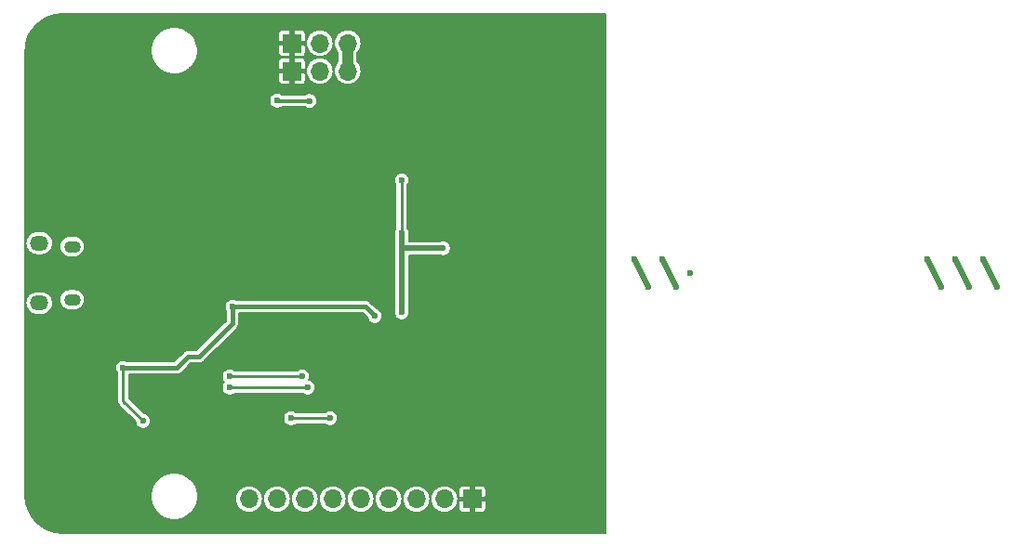
<source format=gbl>
G04 #@! TF.GenerationSoftware,KiCad,Pcbnew,5.0.1-33cea8e~68~ubuntu18.04.1*
G04 #@! TF.CreationDate,2018-12-09T10:12:36+01:00*
G04 #@! TF.ProjectId,NFC_adapter,4E46435F616461707465722E6B696361,rev?*
G04 #@! TF.SameCoordinates,PX6239c08PY7b26c20*
G04 #@! TF.FileFunction,Copper,L2,Bot,Signal*
G04 #@! TF.FilePolarity,Positive*
%FSLAX46Y46*%
G04 Gerber Fmt 4.6, Leading zero omitted, Abs format (unit mm)*
G04 Created by KiCad (PCBNEW 5.0.1-33cea8e~68~ubuntu18.04.1) date ned 09 dec 2018 10:12:36 CET*
%MOMM*%
%LPD*%
G01*
G04 APERTURE LIST*
G04 #@! TA.AperFunction,ComponentPad*
%ADD10O,1.700000X1.700000*%
G04 #@! TD*
G04 #@! TA.AperFunction,ComponentPad*
%ADD11R,1.700000X1.700000*%
G04 #@! TD*
G04 #@! TA.AperFunction,ComponentPad*
%ADD12O,1.500000X1.100000*%
G04 #@! TD*
G04 #@! TA.AperFunction,ComponentPad*
%ADD13O,1.700000X1.350000*%
G04 #@! TD*
G04 #@! TA.AperFunction,ViaPad*
%ADD14C,0.600000*%
G04 #@! TD*
G04 #@! TA.AperFunction,Conductor*
%ADD15C,0.400000*%
G04 #@! TD*
G04 #@! TA.AperFunction,Conductor*
%ADD16C,0.280000*%
G04 #@! TD*
G04 #@! TA.AperFunction,Conductor*
%ADD17C,1.000000*%
G04 #@! TD*
G04 #@! TA.AperFunction,Conductor*
%ADD18C,0.500000*%
G04 #@! TD*
G04 #@! TA.AperFunction,Conductor*
%ADD19C,0.300000*%
G04 #@! TD*
G04 #@! TA.AperFunction,Conductor*
%ADD20C,0.200000*%
G04 #@! TD*
G04 APERTURE END LIST*
D10*
G04 #@! TO.P,P3,3*
G04 #@! TO.N,VCC*
X29805840Y45116560D03*
G04 #@! TO.P,P3,2*
G04 #@! TO.N,/I0*
X27265840Y45116560D03*
D11*
G04 #@! TO.P,P3,1*
G04 #@! TO.N,GND*
X24725840Y45116560D03*
G04 #@! TD*
G04 #@! TO.P,P4,1*
G04 #@! TO.N,GND*
X24725840Y42576560D03*
D10*
G04 #@! TO.P,P4,2*
G04 #@! TO.N,/I1*
X27265840Y42576560D03*
G04 #@! TO.P,P4,3*
G04 #@! TO.N,VCC*
X29805840Y42576560D03*
G04 #@! TD*
D11*
G04 #@! TO.P,P2,1*
G04 #@! TO.N,GND*
X41148000Y3556000D03*
D10*
G04 #@! TO.P,P2,2*
G04 #@! TO.N,/SCK*
X38608000Y3556000D03*
G04 #@! TO.P,P2,3*
G04 #@! TO.N,/MISO*
X36068000Y3556000D03*
G04 #@! TO.P,P2,4*
G04 #@! TO.N,/MOSI*
X33528000Y3556000D03*
G04 #@! TO.P,P2,5*
G04 #@! TO.N,/NSS*
X30988000Y3556000D03*
G04 #@! TO.P,P2,6*
G04 #@! TO.N,/IRQ*
X28448000Y3556000D03*
G04 #@! TO.P,P2,7*
G04 #@! TO.N,/~RSTPDN~*
X25908000Y3556000D03*
G04 #@! TO.P,P2,8*
G04 #@! TO.N,+3V3*
X23368000Y3556000D03*
G04 #@! TO.P,P2,9*
G04 #@! TO.N,+5V*
X20828000Y3556000D03*
G04 #@! TD*
D12*
G04 #@! TO.P,P1,6*
G04 #@! TO.N,Net-(P1-Pad6)*
X4729800Y26575000D03*
X4729800Y21735000D03*
D13*
X1729800Y26885000D03*
X1729800Y21425000D03*
G04 #@! TD*
D14*
G04 #@! TO.N,GND*
X27355800Y25425400D03*
X27355800Y22606000D03*
X30175200Y25425400D03*
X13462000Y16510000D03*
X13462000Y17272000D03*
X13462000Y18034000D03*
X18796000Y17780000D03*
X18542000Y19812000D03*
X17526000Y20320000D03*
X31635700Y28689300D03*
X29819600Y35318700D03*
X28270200Y33985200D03*
X25476200Y27343100D03*
X28765680Y24009160D03*
X30168840Y22606000D03*
X33020000Y22313900D03*
X33045400Y21196300D03*
X34683700Y19113500D03*
X34556700Y17399000D03*
X34074100Y15697200D03*
X32473900Y14427200D03*
X29133800Y14986000D03*
X33218189Y30759399D03*
X36576000Y24003000D03*
X36576000Y22987000D03*
X35941000Y28067000D03*
X37084000Y28067000D03*
X37973000Y29337000D03*
X40386000Y27178000D03*
X41529000Y28321000D03*
X50673000Y24003000D03*
X49911000Y24003000D03*
X49149000Y24003000D03*
X48387000Y24003000D03*
X47625000Y24003000D03*
X26797000Y28143200D03*
X28422600Y29464000D03*
X26644600Y30810200D03*
X26619200Y32766000D03*
X39039800Y24079200D03*
X11760200Y33350200D03*
X12344400Y32486600D03*
X13106400Y33274000D03*
X13817600Y32512000D03*
X15011400Y32588200D03*
X15011400Y36068000D03*
X8280400Y40132000D03*
X6654800Y40157400D03*
X5562600Y38608000D03*
X5283200Y36728400D03*
X5334000Y34569400D03*
X5080000Y32613600D03*
X6959600Y30886400D03*
X6350000Y22860000D03*
X6350000Y22047200D03*
X6350000Y21082000D03*
X8915400Y21971000D03*
X7366000Y21945600D03*
X7366000Y21082000D03*
X8991600Y20955000D03*
X12217400Y20320000D03*
X10769600Y21539200D03*
X12268200Y28727400D03*
X10744200Y27355800D03*
X13665200Y27355800D03*
X24028400Y28321000D03*
X22352000Y26873200D03*
X34747200Y42722800D03*
X36449000Y45059600D03*
X34772600Y47320200D03*
X29108400Y16256000D03*
X28448000Y15748000D03*
X16002000Y38354000D03*
X13716000Y39624000D03*
X10668000Y39878000D03*
X10160000Y42164000D03*
X10414000Y43942000D03*
X15748000Y17780000D03*
X14224000Y19304000D03*
X14732000Y20320000D03*
X17272000Y21590000D03*
X6350000Y7366000D03*
X7874000Y10668000D03*
X23368000Y16002000D03*
X21590000Y17526000D03*
X22606000Y17526000D03*
X21336000Y12446000D03*
X23368000Y12446000D03*
X19050000Y12446000D03*
X15240000Y12700000D03*
X10414000Y9144000D03*
X15494000Y9398000D03*
X18034000Y10414000D03*
X20574000Y8382000D03*
X22860000Y9398000D03*
X23876000Y7620000D03*
X26670000Y6604000D03*
X29718000Y10414000D03*
X1778000Y1778000D03*
X1016000Y19050000D03*
X1016000Y16002000D03*
X1016000Y9398000D03*
X1016000Y31242000D03*
X1016000Y34798000D03*
X1016000Y38862000D03*
X1016000Y42926000D03*
X1778000Y45720000D03*
X3810000Y47244000D03*
X1016000Y12700000D03*
X1016000Y6096000D03*
X21336000Y24130000D03*
X20574000Y30226000D03*
X18034000Y23114000D03*
X17780000Y27432000D03*
X15494000Y30480000D03*
X17018000Y33020000D03*
X23876000Y30480000D03*
X23622000Y35814000D03*
X21590000Y40132000D03*
X26924000Y35052000D03*
X33528000Y37084000D03*
X33274000Y33782000D03*
X33274000Y41656000D03*
X35814000Y35814000D03*
X38862000Y33782000D03*
X42418000Y33782000D03*
X45974000Y32512000D03*
X48768000Y32258000D03*
X51308000Y32512000D03*
X52324000Y27940000D03*
X49022000Y28194000D03*
X52324000Y20066000D03*
X49276000Y19812000D03*
X44196000Y18796000D03*
X40132000Y20828000D03*
X41656000Y24130000D03*
X41656000Y19304000D03*
X52832000Y16256000D03*
X52832000Y13208000D03*
X52832000Y10414000D03*
X52832000Y7620000D03*
X52832000Y4572000D03*
X52832000Y1016000D03*
X48514000Y1016000D03*
X44958000Y1016000D03*
X41402000Y1016000D03*
X37846000Y1016000D03*
X33782000Y1016000D03*
X28956000Y1016000D03*
X24130000Y1016000D03*
X19304000Y1016000D03*
X14478000Y1016000D03*
X9652000Y1016000D03*
X5080000Y1016000D03*
X8128000Y47244000D03*
X12446000Y47244000D03*
X17272000Y47244000D03*
X22606000Y47244000D03*
X27432000Y47244000D03*
X39370000Y47244000D03*
X43942000Y47244000D03*
X48768000Y47244000D03*
X52578000Y47244000D03*
X52578000Y43942000D03*
X52578000Y41148000D03*
X52578000Y38862000D03*
X52578000Y34798000D03*
X52578000Y31496000D03*
X36830000Y20574000D03*
X37084000Y17018000D03*
X36068000Y13970000D03*
X30988000Y12192000D03*
X32004000Y8890000D03*
X7366000Y13970000D03*
X3048000Y9906000D03*
X7112000Y27178000D03*
X10160000Y31242000D03*
X27178000Y18796000D03*
X21082000Y20066000D03*
X21082000Y19304000D03*
X21082000Y22098000D03*
X21082000Y23114000D03*
G04 #@! TO.N,+5V*
X9358600Y15533400D03*
X19304000Y21082000D03*
X32265680Y20242760D03*
X11176000Y10668000D03*
G04 #@! TO.N,VCC*
X34715680Y27802760D03*
X34731919Y32644010D03*
X34715680Y20582760D03*
X38481000Y26416000D03*
G04 #@! TO.N,/MOSI*
X19050000Y13716000D03*
X26162000Y13716000D03*
G04 #@! TO.N,/NSS*
X19050000Y14732000D03*
X25654000Y14732000D03*
G04 #@! TO.N,/~RSTPDN~*
X24638000Y10922000D03*
X28194000Y10922000D03*
G04 #@! TO.N,/I1*
X26339800Y39852600D03*
X23368000Y39878000D03*
G04 #@! TO.N,Net-(R10-Pad2)*
X88900000Y22860000D03*
X87630000Y25400000D03*
X55880000Y25400000D03*
X57150000Y22860000D03*
X86360000Y22860000D03*
X85090000Y25400000D03*
X58420000Y25400000D03*
X59690000Y22860000D03*
X83820000Y22860000D03*
X82550000Y25400000D03*
X60960000Y24130000D03*
G04 #@! TD*
D15*
G04 #@! TO.N,+5V*
X31426440Y21082000D02*
X19304000Y21082000D01*
X32265680Y20242760D02*
X31426440Y21082000D01*
X19304000Y19558000D02*
X19304000Y21082000D01*
X16256000Y16510000D02*
X19304000Y19558000D01*
X15240000Y16510000D02*
X16256000Y16510000D01*
X9358600Y15533400D02*
X14263400Y15533400D01*
X14263400Y15533400D02*
X15240000Y16510000D01*
D16*
X11176000Y10668000D02*
X9358600Y12485400D01*
X9358600Y12485400D02*
X9358600Y15533400D01*
D17*
G04 #@! TO.N,VCC*
X29805840Y45116560D02*
X29805840Y42576560D01*
D16*
X34715680Y32627771D02*
X34731919Y32644010D01*
X34715680Y27802760D02*
X34715680Y32627771D01*
D18*
X34715680Y20582760D02*
X34715680Y23882760D01*
X34715680Y27802760D02*
X34715680Y26416000D01*
X38056736Y26416000D02*
X34715680Y26416000D01*
X38481000Y26416000D02*
X38056736Y26416000D01*
X34715680Y26416000D02*
X34715680Y23882760D01*
D16*
G04 #@! TO.N,/MOSI*
X26162000Y13716000D02*
X19050000Y13716000D01*
G04 #@! TO.N,/NSS*
X25654000Y14732000D02*
X24638000Y14732000D01*
X24638000Y14732000D02*
X19050000Y14732000D01*
G04 #@! TO.N,/~RSTPDN~*
X28194000Y10922000D02*
X24638000Y10922000D01*
D19*
G04 #@! TO.N,/I1*
X23368000Y39878000D02*
X23393400Y39852600D01*
X23393400Y39852600D02*
X26339800Y39852600D01*
D18*
G04 #@! TO.N,Net-(R10-Pad2)*
X88900000Y22860000D02*
X87630000Y25400000D01*
X55880000Y25400000D02*
X57150000Y22860000D01*
X86360000Y22860000D02*
X85090000Y25400000D01*
X58420000Y25400000D02*
X59690000Y22860000D01*
X83820000Y22860000D02*
X82550000Y25400000D01*
G04 #@! TD*
D20*
G04 #@! TO.N,GND*
G36*
X53240000Y475000D02*
X3833231Y475000D01*
X3162673Y540749D01*
X2539997Y728746D01*
X1965701Y1034104D01*
X1461649Y1445199D01*
X1047049Y1946364D01*
X737685Y2518520D01*
X545348Y3139861D01*
X475006Y3809124D01*
X475000Y3810803D01*
X475000Y4021757D01*
X11857000Y4021757D01*
X11857000Y3598243D01*
X11939623Y3182868D01*
X12101695Y2791593D01*
X12336986Y2439455D01*
X12636455Y2139986D01*
X12988593Y1904695D01*
X13379868Y1742623D01*
X13795243Y1660000D01*
X14218757Y1660000D01*
X14634132Y1742623D01*
X15025407Y1904695D01*
X15377545Y2139986D01*
X15677014Y2439455D01*
X15912305Y2791593D01*
X16074377Y3182868D01*
X16148597Y3556000D01*
X19571952Y3556000D01*
X19596087Y3310957D01*
X19667563Y3075331D01*
X19783634Y2858177D01*
X19939840Y2667840D01*
X20130177Y2511634D01*
X20347331Y2395563D01*
X20582957Y2324087D01*
X20766595Y2306000D01*
X20889405Y2306000D01*
X21073043Y2324087D01*
X21308669Y2395563D01*
X21525823Y2511634D01*
X21716160Y2667840D01*
X21872366Y2858177D01*
X21988437Y3075331D01*
X22059913Y3310957D01*
X22084048Y3556000D01*
X22111952Y3556000D01*
X22136087Y3310957D01*
X22207563Y3075331D01*
X22323634Y2858177D01*
X22479840Y2667840D01*
X22670177Y2511634D01*
X22887331Y2395563D01*
X23122957Y2324087D01*
X23306595Y2306000D01*
X23429405Y2306000D01*
X23613043Y2324087D01*
X23848669Y2395563D01*
X24065823Y2511634D01*
X24256160Y2667840D01*
X24412366Y2858177D01*
X24528437Y3075331D01*
X24599913Y3310957D01*
X24624048Y3556000D01*
X24651952Y3556000D01*
X24676087Y3310957D01*
X24747563Y3075331D01*
X24863634Y2858177D01*
X25019840Y2667840D01*
X25210177Y2511634D01*
X25427331Y2395563D01*
X25662957Y2324087D01*
X25846595Y2306000D01*
X25969405Y2306000D01*
X26153043Y2324087D01*
X26388669Y2395563D01*
X26605823Y2511634D01*
X26796160Y2667840D01*
X26952366Y2858177D01*
X27068437Y3075331D01*
X27139913Y3310957D01*
X27164048Y3556000D01*
X27191952Y3556000D01*
X27216087Y3310957D01*
X27287563Y3075331D01*
X27403634Y2858177D01*
X27559840Y2667840D01*
X27750177Y2511634D01*
X27967331Y2395563D01*
X28202957Y2324087D01*
X28386595Y2306000D01*
X28509405Y2306000D01*
X28693043Y2324087D01*
X28928669Y2395563D01*
X29145823Y2511634D01*
X29336160Y2667840D01*
X29492366Y2858177D01*
X29608437Y3075331D01*
X29679913Y3310957D01*
X29704048Y3556000D01*
X29731952Y3556000D01*
X29756087Y3310957D01*
X29827563Y3075331D01*
X29943634Y2858177D01*
X30099840Y2667840D01*
X30290177Y2511634D01*
X30507331Y2395563D01*
X30742957Y2324087D01*
X30926595Y2306000D01*
X31049405Y2306000D01*
X31233043Y2324087D01*
X31468669Y2395563D01*
X31685823Y2511634D01*
X31876160Y2667840D01*
X32032366Y2858177D01*
X32148437Y3075331D01*
X32219913Y3310957D01*
X32244048Y3556000D01*
X32271952Y3556000D01*
X32296087Y3310957D01*
X32367563Y3075331D01*
X32483634Y2858177D01*
X32639840Y2667840D01*
X32830177Y2511634D01*
X33047331Y2395563D01*
X33282957Y2324087D01*
X33466595Y2306000D01*
X33589405Y2306000D01*
X33773043Y2324087D01*
X34008669Y2395563D01*
X34225823Y2511634D01*
X34416160Y2667840D01*
X34572366Y2858177D01*
X34688437Y3075331D01*
X34759913Y3310957D01*
X34784048Y3556000D01*
X34811952Y3556000D01*
X34836087Y3310957D01*
X34907563Y3075331D01*
X35023634Y2858177D01*
X35179840Y2667840D01*
X35370177Y2511634D01*
X35587331Y2395563D01*
X35822957Y2324087D01*
X36006595Y2306000D01*
X36129405Y2306000D01*
X36313043Y2324087D01*
X36548669Y2395563D01*
X36765823Y2511634D01*
X36956160Y2667840D01*
X37112366Y2858177D01*
X37228437Y3075331D01*
X37299913Y3310957D01*
X37324048Y3556000D01*
X37351952Y3556000D01*
X37376087Y3310957D01*
X37447563Y3075331D01*
X37563634Y2858177D01*
X37719840Y2667840D01*
X37910177Y2511634D01*
X38127331Y2395563D01*
X38362957Y2324087D01*
X38546595Y2306000D01*
X38669405Y2306000D01*
X38853043Y2324087D01*
X39088669Y2395563D01*
X39305823Y2511634D01*
X39496160Y2667840D01*
X39652366Y2858177D01*
X39768437Y3075331D01*
X39837195Y3302000D01*
X39898000Y3302000D01*
X39898000Y2666603D01*
X39913372Y2589324D01*
X39943525Y2516529D01*
X39987300Y2451014D01*
X40043015Y2395299D01*
X40108529Y2351524D01*
X40181325Y2321372D01*
X40258604Y2306000D01*
X40894000Y2306000D01*
X40994000Y2406000D01*
X40994000Y3402000D01*
X41302000Y3402000D01*
X41302000Y2406000D01*
X41402000Y2306000D01*
X42037396Y2306000D01*
X42114675Y2321372D01*
X42187471Y2351524D01*
X42252985Y2395299D01*
X42308700Y2451014D01*
X42352475Y2516529D01*
X42382628Y2589324D01*
X42398000Y2666603D01*
X42398000Y3302000D01*
X42298000Y3402000D01*
X41302000Y3402000D01*
X40994000Y3402000D01*
X39998000Y3402000D01*
X39898000Y3302000D01*
X39837195Y3302000D01*
X39839913Y3310957D01*
X39864048Y3556000D01*
X39839913Y3801043D01*
X39768437Y4036669D01*
X39652366Y4253823D01*
X39496160Y4444160D01*
X39494653Y4445397D01*
X39898000Y4445397D01*
X39898000Y3810000D01*
X39998000Y3710000D01*
X40994000Y3710000D01*
X40994000Y4706000D01*
X41302000Y4706000D01*
X41302000Y3710000D01*
X42298000Y3710000D01*
X42398000Y3810000D01*
X42398000Y4445397D01*
X42382628Y4522676D01*
X42352475Y4595471D01*
X42308700Y4660986D01*
X42252985Y4716701D01*
X42187471Y4760476D01*
X42114675Y4790628D01*
X42037396Y4806000D01*
X41402000Y4806000D01*
X41302000Y4706000D01*
X40994000Y4706000D01*
X40894000Y4806000D01*
X40258604Y4806000D01*
X40181325Y4790628D01*
X40108529Y4760476D01*
X40043015Y4716701D01*
X39987300Y4660986D01*
X39943525Y4595471D01*
X39913372Y4522676D01*
X39898000Y4445397D01*
X39494653Y4445397D01*
X39305823Y4600366D01*
X39088669Y4716437D01*
X38853043Y4787913D01*
X38669405Y4806000D01*
X38546595Y4806000D01*
X38362957Y4787913D01*
X38127331Y4716437D01*
X37910177Y4600366D01*
X37719840Y4444160D01*
X37563634Y4253823D01*
X37447563Y4036669D01*
X37376087Y3801043D01*
X37351952Y3556000D01*
X37324048Y3556000D01*
X37299913Y3801043D01*
X37228437Y4036669D01*
X37112366Y4253823D01*
X36956160Y4444160D01*
X36765823Y4600366D01*
X36548669Y4716437D01*
X36313043Y4787913D01*
X36129405Y4806000D01*
X36006595Y4806000D01*
X35822957Y4787913D01*
X35587331Y4716437D01*
X35370177Y4600366D01*
X35179840Y4444160D01*
X35023634Y4253823D01*
X34907563Y4036669D01*
X34836087Y3801043D01*
X34811952Y3556000D01*
X34784048Y3556000D01*
X34759913Y3801043D01*
X34688437Y4036669D01*
X34572366Y4253823D01*
X34416160Y4444160D01*
X34225823Y4600366D01*
X34008669Y4716437D01*
X33773043Y4787913D01*
X33589405Y4806000D01*
X33466595Y4806000D01*
X33282957Y4787913D01*
X33047331Y4716437D01*
X32830177Y4600366D01*
X32639840Y4444160D01*
X32483634Y4253823D01*
X32367563Y4036669D01*
X32296087Y3801043D01*
X32271952Y3556000D01*
X32244048Y3556000D01*
X32219913Y3801043D01*
X32148437Y4036669D01*
X32032366Y4253823D01*
X31876160Y4444160D01*
X31685823Y4600366D01*
X31468669Y4716437D01*
X31233043Y4787913D01*
X31049405Y4806000D01*
X30926595Y4806000D01*
X30742957Y4787913D01*
X30507331Y4716437D01*
X30290177Y4600366D01*
X30099840Y4444160D01*
X29943634Y4253823D01*
X29827563Y4036669D01*
X29756087Y3801043D01*
X29731952Y3556000D01*
X29704048Y3556000D01*
X29679913Y3801043D01*
X29608437Y4036669D01*
X29492366Y4253823D01*
X29336160Y4444160D01*
X29145823Y4600366D01*
X28928669Y4716437D01*
X28693043Y4787913D01*
X28509405Y4806000D01*
X28386595Y4806000D01*
X28202957Y4787913D01*
X27967331Y4716437D01*
X27750177Y4600366D01*
X27559840Y4444160D01*
X27403634Y4253823D01*
X27287563Y4036669D01*
X27216087Y3801043D01*
X27191952Y3556000D01*
X27164048Y3556000D01*
X27139913Y3801043D01*
X27068437Y4036669D01*
X26952366Y4253823D01*
X26796160Y4444160D01*
X26605823Y4600366D01*
X26388669Y4716437D01*
X26153043Y4787913D01*
X25969405Y4806000D01*
X25846595Y4806000D01*
X25662957Y4787913D01*
X25427331Y4716437D01*
X25210177Y4600366D01*
X25019840Y4444160D01*
X24863634Y4253823D01*
X24747563Y4036669D01*
X24676087Y3801043D01*
X24651952Y3556000D01*
X24624048Y3556000D01*
X24599913Y3801043D01*
X24528437Y4036669D01*
X24412366Y4253823D01*
X24256160Y4444160D01*
X24065823Y4600366D01*
X23848669Y4716437D01*
X23613043Y4787913D01*
X23429405Y4806000D01*
X23306595Y4806000D01*
X23122957Y4787913D01*
X22887331Y4716437D01*
X22670177Y4600366D01*
X22479840Y4444160D01*
X22323634Y4253823D01*
X22207563Y4036669D01*
X22136087Y3801043D01*
X22111952Y3556000D01*
X22084048Y3556000D01*
X22059913Y3801043D01*
X21988437Y4036669D01*
X21872366Y4253823D01*
X21716160Y4444160D01*
X21525823Y4600366D01*
X21308669Y4716437D01*
X21073043Y4787913D01*
X20889405Y4806000D01*
X20766595Y4806000D01*
X20582957Y4787913D01*
X20347331Y4716437D01*
X20130177Y4600366D01*
X19939840Y4444160D01*
X19783634Y4253823D01*
X19667563Y4036669D01*
X19596087Y3801043D01*
X19571952Y3556000D01*
X16148597Y3556000D01*
X16157000Y3598243D01*
X16157000Y4021757D01*
X16074377Y4437132D01*
X15912305Y4828407D01*
X15677014Y5180545D01*
X15377545Y5480014D01*
X15025407Y5715305D01*
X14634132Y5877377D01*
X14218757Y5960000D01*
X13795243Y5960000D01*
X13379868Y5877377D01*
X12988593Y5715305D01*
X12636455Y5480014D01*
X12336986Y5180545D01*
X12101695Y4828407D01*
X11939623Y4437132D01*
X11857000Y4021757D01*
X475000Y4021757D01*
X475000Y15602344D01*
X8658600Y15602344D01*
X8658600Y15464456D01*
X8685501Y15329218D01*
X8738268Y15201826D01*
X8814874Y15087176D01*
X8818601Y15083449D01*
X8818600Y12511918D01*
X8815988Y12485400D01*
X8818600Y12458882D01*
X8818600Y12458881D01*
X8826414Y12379543D01*
X8857292Y12277752D01*
X8907435Y12183941D01*
X8974915Y12101715D01*
X8995519Y12084806D01*
X10476000Y10604325D01*
X10476000Y10599056D01*
X10502901Y10463818D01*
X10555668Y10336426D01*
X10632274Y10221776D01*
X10729776Y10124274D01*
X10844426Y10047668D01*
X10971818Y9994901D01*
X11107056Y9968000D01*
X11244944Y9968000D01*
X11380182Y9994901D01*
X11507574Y10047668D01*
X11622224Y10124274D01*
X11719726Y10221776D01*
X11796332Y10336426D01*
X11849099Y10463818D01*
X11876000Y10599056D01*
X11876000Y10736944D01*
X11849099Y10872182D01*
X11799907Y10990944D01*
X23938000Y10990944D01*
X23938000Y10853056D01*
X23964901Y10717818D01*
X24017668Y10590426D01*
X24094274Y10475776D01*
X24191776Y10378274D01*
X24306426Y10301668D01*
X24433818Y10248901D01*
X24569056Y10222000D01*
X24706944Y10222000D01*
X24842182Y10248901D01*
X24969574Y10301668D01*
X25084224Y10378274D01*
X25087950Y10382000D01*
X27744050Y10382000D01*
X27747776Y10378274D01*
X27862426Y10301668D01*
X27989818Y10248901D01*
X28125056Y10222000D01*
X28262944Y10222000D01*
X28398182Y10248901D01*
X28525574Y10301668D01*
X28640224Y10378274D01*
X28737726Y10475776D01*
X28814332Y10590426D01*
X28867099Y10717818D01*
X28894000Y10853056D01*
X28894000Y10990944D01*
X28867099Y11126182D01*
X28814332Y11253574D01*
X28737726Y11368224D01*
X28640224Y11465726D01*
X28525574Y11542332D01*
X28398182Y11595099D01*
X28262944Y11622000D01*
X28125056Y11622000D01*
X27989818Y11595099D01*
X27862426Y11542332D01*
X27747776Y11465726D01*
X27744050Y11462000D01*
X25087950Y11462000D01*
X25084224Y11465726D01*
X24969574Y11542332D01*
X24842182Y11595099D01*
X24706944Y11622000D01*
X24569056Y11622000D01*
X24433818Y11595099D01*
X24306426Y11542332D01*
X24191776Y11465726D01*
X24094274Y11368224D01*
X24017668Y11253574D01*
X23964901Y11126182D01*
X23938000Y10990944D01*
X11799907Y10990944D01*
X11796332Y10999574D01*
X11719726Y11114224D01*
X11622224Y11211726D01*
X11507574Y11288332D01*
X11380182Y11341099D01*
X11244944Y11368000D01*
X11239675Y11368000D01*
X9898600Y12709075D01*
X9898600Y14800944D01*
X18350000Y14800944D01*
X18350000Y14663056D01*
X18376901Y14527818D01*
X18429668Y14400426D01*
X18506274Y14285776D01*
X18568050Y14224000D01*
X18506274Y14162224D01*
X18429668Y14047574D01*
X18376901Y13920182D01*
X18350000Y13784944D01*
X18350000Y13647056D01*
X18376901Y13511818D01*
X18429668Y13384426D01*
X18506274Y13269776D01*
X18603776Y13172274D01*
X18718426Y13095668D01*
X18845818Y13042901D01*
X18981056Y13016000D01*
X19118944Y13016000D01*
X19254182Y13042901D01*
X19381574Y13095668D01*
X19496224Y13172274D01*
X19499950Y13176000D01*
X25712050Y13176000D01*
X25715776Y13172274D01*
X25830426Y13095668D01*
X25957818Y13042901D01*
X26093056Y13016000D01*
X26230944Y13016000D01*
X26366182Y13042901D01*
X26493574Y13095668D01*
X26608224Y13172274D01*
X26705726Y13269776D01*
X26782332Y13384426D01*
X26835099Y13511818D01*
X26862000Y13647056D01*
X26862000Y13784944D01*
X26835099Y13920182D01*
X26782332Y14047574D01*
X26705726Y14162224D01*
X26608224Y14259726D01*
X26493574Y14336332D01*
X26366182Y14389099D01*
X26276989Y14406841D01*
X26327099Y14527818D01*
X26354000Y14663056D01*
X26354000Y14800944D01*
X26327099Y14936182D01*
X26274332Y15063574D01*
X26197726Y15178224D01*
X26100224Y15275726D01*
X25985574Y15352332D01*
X25858182Y15405099D01*
X25722944Y15432000D01*
X25585056Y15432000D01*
X25449818Y15405099D01*
X25322426Y15352332D01*
X25207776Y15275726D01*
X25204050Y15272000D01*
X19499950Y15272000D01*
X19496224Y15275726D01*
X19381574Y15352332D01*
X19254182Y15405099D01*
X19118944Y15432000D01*
X18981056Y15432000D01*
X18845818Y15405099D01*
X18718426Y15352332D01*
X18603776Y15275726D01*
X18506274Y15178224D01*
X18429668Y15063574D01*
X18376901Y14936182D01*
X18350000Y14800944D01*
X9898600Y14800944D01*
X9898600Y14933400D01*
X14233926Y14933400D01*
X14263400Y14930497D01*
X14292874Y14933400D01*
X14381021Y14942082D01*
X14494121Y14976390D01*
X14598355Y15032104D01*
X14689717Y15107083D01*
X14708513Y15129986D01*
X15488528Y15910000D01*
X16226526Y15910000D01*
X16256000Y15907097D01*
X16285474Y15910000D01*
X16373621Y15918682D01*
X16486721Y15952990D01*
X16590955Y16008704D01*
X16682317Y16083683D01*
X16701113Y16106586D01*
X19707420Y19112892D01*
X19730317Y19131683D01*
X19805296Y19223045D01*
X19861010Y19327279D01*
X19895318Y19440379D01*
X19904000Y19528526D01*
X19904000Y19528527D01*
X19906903Y19558000D01*
X19904000Y19587474D01*
X19904000Y20482000D01*
X31177913Y20482000D01*
X31585441Y20074471D01*
X31592581Y20038578D01*
X31645348Y19911186D01*
X31721954Y19796536D01*
X31819456Y19699034D01*
X31934106Y19622428D01*
X32061498Y19569661D01*
X32196736Y19542760D01*
X32334624Y19542760D01*
X32469862Y19569661D01*
X32597254Y19622428D01*
X32711904Y19699034D01*
X32809406Y19796536D01*
X32886012Y19911186D01*
X32938779Y20038578D01*
X32965680Y20173816D01*
X32965680Y20311704D01*
X32938779Y20446942D01*
X32886012Y20574334D01*
X32809406Y20688984D01*
X32711904Y20786486D01*
X32597254Y20863092D01*
X32469862Y20915859D01*
X32433969Y20922999D01*
X31871553Y21485414D01*
X31852757Y21508317D01*
X31761395Y21583296D01*
X31657161Y21639010D01*
X31544061Y21673318D01*
X31455914Y21682000D01*
X31426440Y21684903D01*
X31396966Y21682000D01*
X19666003Y21682000D01*
X19635574Y21702332D01*
X19508182Y21755099D01*
X19372944Y21782000D01*
X19235056Y21782000D01*
X19099818Y21755099D01*
X18972426Y21702332D01*
X18857776Y21625726D01*
X18760274Y21528224D01*
X18683668Y21413574D01*
X18630901Y21286182D01*
X18604000Y21150944D01*
X18604000Y21013056D01*
X18630901Y20877818D01*
X18683668Y20750426D01*
X18704001Y20719996D01*
X18704000Y19806528D01*
X16007473Y17110000D01*
X15269474Y17110000D01*
X15240000Y17112903D01*
X15210526Y17110000D01*
X15122379Y17101318D01*
X15009279Y17067010D01*
X14905045Y17011296D01*
X14813683Y16936317D01*
X14794894Y16913422D01*
X14014873Y16133400D01*
X9720603Y16133400D01*
X9690174Y16153732D01*
X9562782Y16206499D01*
X9427544Y16233400D01*
X9289656Y16233400D01*
X9154418Y16206499D01*
X9027026Y16153732D01*
X8912376Y16077126D01*
X8814874Y15979624D01*
X8738268Y15864974D01*
X8685501Y15737582D01*
X8658600Y15602344D01*
X475000Y15602344D01*
X475000Y21420929D01*
X495355Y21214263D01*
X556824Y21011625D01*
X656646Y20824872D01*
X790983Y20661183D01*
X954672Y20526846D01*
X1141425Y20427024D01*
X1344063Y20365555D01*
X1501994Y20350000D01*
X1957606Y20350000D01*
X2115537Y20365555D01*
X2318175Y20427024D01*
X2504928Y20526846D01*
X2668617Y20661183D01*
X2802954Y20824872D01*
X2902776Y21011625D01*
X2964245Y21214263D01*
X2985001Y21425000D01*
X2964245Y21635737D01*
X2934135Y21735000D01*
X3575204Y21735000D01*
X3593546Y21548768D01*
X3647868Y21369692D01*
X3736082Y21204655D01*
X3854799Y21059999D01*
X3999455Y20941282D01*
X4164492Y20853068D01*
X4343568Y20798746D01*
X4483135Y20785000D01*
X4976465Y20785000D01*
X5116032Y20798746D01*
X5295108Y20853068D01*
X5460145Y20941282D01*
X5604801Y21059999D01*
X5723518Y21204655D01*
X5811732Y21369692D01*
X5866054Y21548768D01*
X5884396Y21735000D01*
X5866054Y21921232D01*
X5811732Y22100308D01*
X5723518Y22265345D01*
X5604801Y22410001D01*
X5460145Y22528718D01*
X5295108Y22616932D01*
X5116032Y22671254D01*
X4976465Y22685000D01*
X4483135Y22685000D01*
X4343568Y22671254D01*
X4164492Y22616932D01*
X3999455Y22528718D01*
X3854799Y22410001D01*
X3736082Y22265345D01*
X3647868Y22100308D01*
X3593546Y21921232D01*
X3575204Y21735000D01*
X2934135Y21735000D01*
X2902776Y21838375D01*
X2802954Y22025128D01*
X2668617Y22188817D01*
X2504928Y22323154D01*
X2318175Y22422976D01*
X2115537Y22484445D01*
X1957606Y22500000D01*
X1501994Y22500000D01*
X1344063Y22484445D01*
X1141425Y22422976D01*
X954672Y22323154D01*
X790983Y22188817D01*
X656646Y22025128D01*
X556824Y21838375D01*
X495355Y21635737D01*
X475000Y21429071D01*
X475000Y26880929D01*
X495355Y26674263D01*
X556824Y26471625D01*
X656646Y26284872D01*
X790983Y26121183D01*
X954672Y25986846D01*
X1141425Y25887024D01*
X1344063Y25825555D01*
X1501994Y25810000D01*
X1957606Y25810000D01*
X2115537Y25825555D01*
X2318175Y25887024D01*
X2504928Y25986846D01*
X2668617Y26121183D01*
X2802954Y26284872D01*
X2902776Y26471625D01*
X2934134Y26575000D01*
X3575204Y26575000D01*
X3593546Y26388768D01*
X3647868Y26209692D01*
X3736082Y26044655D01*
X3854799Y25899999D01*
X3999455Y25781282D01*
X4164492Y25693068D01*
X4343568Y25638746D01*
X4483135Y25625000D01*
X4976465Y25625000D01*
X5116032Y25638746D01*
X5295108Y25693068D01*
X5460145Y25781282D01*
X5604801Y25899999D01*
X5723518Y26044655D01*
X5811732Y26209692D01*
X5866054Y26388768D01*
X5884396Y26575000D01*
X5866054Y26761232D01*
X5811732Y26940308D01*
X5723518Y27105345D01*
X5604801Y27250001D01*
X5460145Y27368718D01*
X5295108Y27456932D01*
X5116032Y27511254D01*
X4976465Y27525000D01*
X4483135Y27525000D01*
X4343568Y27511254D01*
X4164492Y27456932D01*
X3999455Y27368718D01*
X3854799Y27250001D01*
X3736082Y27105345D01*
X3647868Y26940308D01*
X3593546Y26761232D01*
X3575204Y26575000D01*
X2934134Y26575000D01*
X2964245Y26674263D01*
X2985001Y26885000D01*
X2964245Y27095737D01*
X2902776Y27298375D01*
X2802954Y27485128D01*
X2668617Y27648817D01*
X2504928Y27783154D01*
X2339264Y27871704D01*
X34015680Y27871704D01*
X34015680Y27733816D01*
X34042581Y27598578D01*
X34065680Y27542811D01*
X34065681Y26447941D01*
X34062535Y26416000D01*
X34065680Y26384068D01*
X34065681Y23914692D01*
X34065680Y20842709D01*
X34042581Y20786942D01*
X34015680Y20651704D01*
X34015680Y20513816D01*
X34042581Y20378578D01*
X34095348Y20251186D01*
X34171954Y20136536D01*
X34269456Y20039034D01*
X34384106Y19962428D01*
X34511498Y19909661D01*
X34646736Y19882760D01*
X34784624Y19882760D01*
X34919862Y19909661D01*
X35047254Y19962428D01*
X35161904Y20039034D01*
X35259406Y20136536D01*
X35336012Y20251186D01*
X35388779Y20378578D01*
X35415680Y20513816D01*
X35415680Y20651704D01*
X35388779Y20786942D01*
X35365680Y20842708D01*
X35365680Y25766000D01*
X38221052Y25766000D01*
X38276818Y25742901D01*
X38412056Y25716000D01*
X38549944Y25716000D01*
X38685182Y25742901D01*
X38812574Y25795668D01*
X38927224Y25872274D01*
X39024726Y25969776D01*
X39101332Y26084426D01*
X39154099Y26211818D01*
X39181000Y26347056D01*
X39181000Y26484944D01*
X39154099Y26620182D01*
X39101332Y26747574D01*
X39024726Y26862224D01*
X38927224Y26959726D01*
X38812574Y27036332D01*
X38685182Y27089099D01*
X38549944Y27116000D01*
X38412056Y27116000D01*
X38276818Y27089099D01*
X38221052Y27066000D01*
X35365680Y27066000D01*
X35365680Y27542812D01*
X35388779Y27598578D01*
X35415680Y27733816D01*
X35415680Y27871704D01*
X35388779Y28006942D01*
X35336012Y28134334D01*
X35259406Y28248984D01*
X35255680Y28252710D01*
X35255680Y32177821D01*
X35275645Y32197786D01*
X35352251Y32312436D01*
X35405018Y32439828D01*
X35431919Y32575066D01*
X35431919Y32712954D01*
X35405018Y32848192D01*
X35352251Y32975584D01*
X35275645Y33090234D01*
X35178143Y33187736D01*
X35063493Y33264342D01*
X34936101Y33317109D01*
X34800863Y33344010D01*
X34662975Y33344010D01*
X34527737Y33317109D01*
X34400345Y33264342D01*
X34285695Y33187736D01*
X34188193Y33090234D01*
X34111587Y32975584D01*
X34058820Y32848192D01*
X34031919Y32712954D01*
X34031919Y32575066D01*
X34058820Y32439828D01*
X34111587Y32312436D01*
X34175681Y32216512D01*
X34175680Y28252710D01*
X34171954Y28248984D01*
X34095348Y28134334D01*
X34042581Y28006942D01*
X34015680Y27871704D01*
X2339264Y27871704D01*
X2318175Y27882976D01*
X2115537Y27944445D01*
X1957606Y27960000D01*
X1501994Y27960000D01*
X1344063Y27944445D01*
X1141425Y27882976D01*
X954672Y27783154D01*
X790983Y27648817D01*
X656646Y27485128D01*
X556824Y27298375D01*
X495355Y27095737D01*
X475000Y26889071D01*
X475000Y39946944D01*
X22668000Y39946944D01*
X22668000Y39809056D01*
X22694901Y39673818D01*
X22747668Y39546426D01*
X22824274Y39431776D01*
X22921776Y39334274D01*
X23036426Y39257668D01*
X23163818Y39204901D01*
X23299056Y39178000D01*
X23436944Y39178000D01*
X23572182Y39204901D01*
X23699574Y39257668D01*
X23766820Y39302600D01*
X25902966Y39302600D01*
X26008226Y39232268D01*
X26135618Y39179501D01*
X26270856Y39152600D01*
X26408744Y39152600D01*
X26543982Y39179501D01*
X26671374Y39232268D01*
X26786024Y39308874D01*
X26883526Y39406376D01*
X26960132Y39521026D01*
X27012899Y39648418D01*
X27039800Y39783656D01*
X27039800Y39921544D01*
X27012899Y40056782D01*
X26960132Y40184174D01*
X26883526Y40298824D01*
X26786024Y40396326D01*
X26671374Y40472932D01*
X26543982Y40525699D01*
X26408744Y40552600D01*
X26270856Y40552600D01*
X26135618Y40525699D01*
X26008226Y40472932D01*
X25902966Y40402600D01*
X23833350Y40402600D01*
X23814224Y40421726D01*
X23699574Y40498332D01*
X23572182Y40551099D01*
X23436944Y40578000D01*
X23299056Y40578000D01*
X23163818Y40551099D01*
X23036426Y40498332D01*
X22921776Y40421726D01*
X22824274Y40324224D01*
X22747668Y40209574D01*
X22694901Y40082182D01*
X22668000Y39946944D01*
X475000Y39946944D01*
X475000Y44426769D01*
X498040Y44661757D01*
X11857000Y44661757D01*
X11857000Y44238243D01*
X11939623Y43822868D01*
X12101695Y43431593D01*
X12336986Y43079455D01*
X12636455Y42779986D01*
X12988593Y42544695D01*
X13379868Y42382623D01*
X13795243Y42300000D01*
X14218757Y42300000D01*
X14332174Y42322560D01*
X23475840Y42322560D01*
X23475840Y41687163D01*
X23491212Y41609884D01*
X23521365Y41537089D01*
X23565140Y41471574D01*
X23620855Y41415859D01*
X23686369Y41372084D01*
X23759165Y41341932D01*
X23836444Y41326560D01*
X24471840Y41326560D01*
X24571840Y41426560D01*
X24571840Y42422560D01*
X24879840Y42422560D01*
X24879840Y41426560D01*
X24979840Y41326560D01*
X25615236Y41326560D01*
X25692515Y41341932D01*
X25765311Y41372084D01*
X25830825Y41415859D01*
X25886540Y41471574D01*
X25930315Y41537089D01*
X25960468Y41609884D01*
X25975840Y41687163D01*
X25975840Y42322560D01*
X25875840Y42422560D01*
X24879840Y42422560D01*
X24571840Y42422560D01*
X23575840Y42422560D01*
X23475840Y42322560D01*
X14332174Y42322560D01*
X14634132Y42382623D01*
X15025407Y42544695D01*
X15073096Y42576560D01*
X26009792Y42576560D01*
X26033927Y42331517D01*
X26105403Y42095891D01*
X26221474Y41878737D01*
X26377680Y41688400D01*
X26568017Y41532194D01*
X26785171Y41416123D01*
X27020797Y41344647D01*
X27204435Y41326560D01*
X27327245Y41326560D01*
X27510883Y41344647D01*
X27746509Y41416123D01*
X27963663Y41532194D01*
X28154000Y41688400D01*
X28310206Y41878737D01*
X28426277Y42095891D01*
X28497753Y42331517D01*
X28521888Y42576560D01*
X28497753Y42821603D01*
X28426277Y43057229D01*
X28310206Y43274383D01*
X28154000Y43464720D01*
X27963663Y43620926D01*
X27746509Y43736997D01*
X27510883Y43808473D01*
X27327245Y43826560D01*
X27204435Y43826560D01*
X27020797Y43808473D01*
X26785171Y43736997D01*
X26568017Y43620926D01*
X26377680Y43464720D01*
X26221474Y43274383D01*
X26105403Y43057229D01*
X26033927Y42821603D01*
X26009792Y42576560D01*
X15073096Y42576560D01*
X15377545Y42779986D01*
X15677014Y43079455D01*
X15912305Y43431593D01*
X15926539Y43465957D01*
X23475840Y43465957D01*
X23475840Y42830560D01*
X23575840Y42730560D01*
X24571840Y42730560D01*
X24571840Y43726560D01*
X24879840Y43726560D01*
X24879840Y42730560D01*
X25875840Y42730560D01*
X25975840Y42830560D01*
X25975840Y43465957D01*
X25960468Y43543236D01*
X25930315Y43616031D01*
X25886540Y43681546D01*
X25830825Y43737261D01*
X25765311Y43781036D01*
X25692515Y43811188D01*
X25615236Y43826560D01*
X24979840Y43826560D01*
X24879840Y43726560D01*
X24571840Y43726560D01*
X24471840Y43826560D01*
X23836444Y43826560D01*
X23759165Y43811188D01*
X23686369Y43781036D01*
X23620855Y43737261D01*
X23565140Y43681546D01*
X23521365Y43616031D01*
X23491212Y43543236D01*
X23475840Y43465957D01*
X15926539Y43465957D01*
X16074377Y43822868D01*
X16157000Y44238243D01*
X16157000Y44661757D01*
X16117058Y44862560D01*
X23475840Y44862560D01*
X23475840Y44227163D01*
X23491212Y44149884D01*
X23521365Y44077089D01*
X23565140Y44011574D01*
X23620855Y43955859D01*
X23686369Y43912084D01*
X23759165Y43881932D01*
X23836444Y43866560D01*
X24471840Y43866560D01*
X24571840Y43966560D01*
X24571840Y44962560D01*
X24879840Y44962560D01*
X24879840Y43966560D01*
X24979840Y43866560D01*
X25615236Y43866560D01*
X25692515Y43881932D01*
X25765311Y43912084D01*
X25830825Y43955859D01*
X25886540Y44011574D01*
X25930315Y44077089D01*
X25960468Y44149884D01*
X25975840Y44227163D01*
X25975840Y44862560D01*
X25875840Y44962560D01*
X24879840Y44962560D01*
X24571840Y44962560D01*
X23575840Y44962560D01*
X23475840Y44862560D01*
X16117058Y44862560D01*
X16074377Y45077132D01*
X16058046Y45116560D01*
X26009792Y45116560D01*
X26033927Y44871517D01*
X26105403Y44635891D01*
X26221474Y44418737D01*
X26377680Y44228400D01*
X26568017Y44072194D01*
X26785171Y43956123D01*
X27020797Y43884647D01*
X27204435Y43866560D01*
X27327245Y43866560D01*
X27510883Y43884647D01*
X27746509Y43956123D01*
X27963663Y44072194D01*
X28154000Y44228400D01*
X28310206Y44418737D01*
X28426277Y44635891D01*
X28497753Y44871517D01*
X28521888Y45116560D01*
X28549792Y45116560D01*
X28573927Y44871517D01*
X28645403Y44635891D01*
X28761474Y44418737D01*
X28905840Y44242827D01*
X28905841Y43450294D01*
X28761474Y43274383D01*
X28645403Y43057229D01*
X28573927Y42821603D01*
X28549792Y42576560D01*
X28573927Y42331517D01*
X28645403Y42095891D01*
X28761474Y41878737D01*
X28917680Y41688400D01*
X29108017Y41532194D01*
X29325171Y41416123D01*
X29560797Y41344647D01*
X29744435Y41326560D01*
X29867245Y41326560D01*
X30050883Y41344647D01*
X30286509Y41416123D01*
X30503663Y41532194D01*
X30694000Y41688400D01*
X30850206Y41878737D01*
X30966277Y42095891D01*
X31037753Y42331517D01*
X31061888Y42576560D01*
X31037753Y42821603D01*
X30966277Y43057229D01*
X30850206Y43274383D01*
X30705840Y43450293D01*
X30705840Y44242827D01*
X30850206Y44418737D01*
X30966277Y44635891D01*
X31037753Y44871517D01*
X31061888Y45116560D01*
X31037753Y45361603D01*
X30966277Y45597229D01*
X30850206Y45814383D01*
X30694000Y46004720D01*
X30503663Y46160926D01*
X30286509Y46276997D01*
X30050883Y46348473D01*
X29867245Y46366560D01*
X29744435Y46366560D01*
X29560797Y46348473D01*
X29325171Y46276997D01*
X29108017Y46160926D01*
X28917680Y46004720D01*
X28761474Y45814383D01*
X28645403Y45597229D01*
X28573927Y45361603D01*
X28549792Y45116560D01*
X28521888Y45116560D01*
X28497753Y45361603D01*
X28426277Y45597229D01*
X28310206Y45814383D01*
X28154000Y46004720D01*
X27963663Y46160926D01*
X27746509Y46276997D01*
X27510883Y46348473D01*
X27327245Y46366560D01*
X27204435Y46366560D01*
X27020797Y46348473D01*
X26785171Y46276997D01*
X26568017Y46160926D01*
X26377680Y46004720D01*
X26221474Y45814383D01*
X26105403Y45597229D01*
X26033927Y45361603D01*
X26009792Y45116560D01*
X16058046Y45116560D01*
X15912305Y45468407D01*
X15677014Y45820545D01*
X15491602Y46005957D01*
X23475840Y46005957D01*
X23475840Y45370560D01*
X23575840Y45270560D01*
X24571840Y45270560D01*
X24571840Y46266560D01*
X24879840Y46266560D01*
X24879840Y45270560D01*
X25875840Y45270560D01*
X25975840Y45370560D01*
X25975840Y46005957D01*
X25960468Y46083236D01*
X25930315Y46156031D01*
X25886540Y46221546D01*
X25830825Y46277261D01*
X25765311Y46321036D01*
X25692515Y46351188D01*
X25615236Y46366560D01*
X24979840Y46366560D01*
X24879840Y46266560D01*
X24571840Y46266560D01*
X24471840Y46366560D01*
X23836444Y46366560D01*
X23759165Y46351188D01*
X23686369Y46321036D01*
X23620855Y46277261D01*
X23565140Y46221546D01*
X23521365Y46156031D01*
X23491212Y46083236D01*
X23475840Y46005957D01*
X15491602Y46005957D01*
X15377545Y46120014D01*
X15025407Y46355305D01*
X14634132Y46517377D01*
X14218757Y46600000D01*
X13795243Y46600000D01*
X13379868Y46517377D01*
X12988593Y46355305D01*
X12636455Y46120014D01*
X12336986Y45820545D01*
X12101695Y45468407D01*
X11939623Y45077132D01*
X11857000Y44661757D01*
X498040Y44661757D01*
X540749Y45097328D01*
X728746Y45720003D01*
X1034102Y46294297D01*
X1445199Y46798351D01*
X1946364Y47212951D01*
X2518519Y47522315D01*
X3139861Y47714652D01*
X3809123Y47784994D01*
X3810803Y47785000D01*
X53240000Y47785000D01*
X53240000Y475000D01*
X53240000Y475000D01*
G37*
X53240000Y475000D02*
X3833231Y475000D01*
X3162673Y540749D01*
X2539997Y728746D01*
X1965701Y1034104D01*
X1461649Y1445199D01*
X1047049Y1946364D01*
X737685Y2518520D01*
X545348Y3139861D01*
X475006Y3809124D01*
X475000Y3810803D01*
X475000Y4021757D01*
X11857000Y4021757D01*
X11857000Y3598243D01*
X11939623Y3182868D01*
X12101695Y2791593D01*
X12336986Y2439455D01*
X12636455Y2139986D01*
X12988593Y1904695D01*
X13379868Y1742623D01*
X13795243Y1660000D01*
X14218757Y1660000D01*
X14634132Y1742623D01*
X15025407Y1904695D01*
X15377545Y2139986D01*
X15677014Y2439455D01*
X15912305Y2791593D01*
X16074377Y3182868D01*
X16148597Y3556000D01*
X19571952Y3556000D01*
X19596087Y3310957D01*
X19667563Y3075331D01*
X19783634Y2858177D01*
X19939840Y2667840D01*
X20130177Y2511634D01*
X20347331Y2395563D01*
X20582957Y2324087D01*
X20766595Y2306000D01*
X20889405Y2306000D01*
X21073043Y2324087D01*
X21308669Y2395563D01*
X21525823Y2511634D01*
X21716160Y2667840D01*
X21872366Y2858177D01*
X21988437Y3075331D01*
X22059913Y3310957D01*
X22084048Y3556000D01*
X22111952Y3556000D01*
X22136087Y3310957D01*
X22207563Y3075331D01*
X22323634Y2858177D01*
X22479840Y2667840D01*
X22670177Y2511634D01*
X22887331Y2395563D01*
X23122957Y2324087D01*
X23306595Y2306000D01*
X23429405Y2306000D01*
X23613043Y2324087D01*
X23848669Y2395563D01*
X24065823Y2511634D01*
X24256160Y2667840D01*
X24412366Y2858177D01*
X24528437Y3075331D01*
X24599913Y3310957D01*
X24624048Y3556000D01*
X24651952Y3556000D01*
X24676087Y3310957D01*
X24747563Y3075331D01*
X24863634Y2858177D01*
X25019840Y2667840D01*
X25210177Y2511634D01*
X25427331Y2395563D01*
X25662957Y2324087D01*
X25846595Y2306000D01*
X25969405Y2306000D01*
X26153043Y2324087D01*
X26388669Y2395563D01*
X26605823Y2511634D01*
X26796160Y2667840D01*
X26952366Y2858177D01*
X27068437Y3075331D01*
X27139913Y3310957D01*
X27164048Y3556000D01*
X27191952Y3556000D01*
X27216087Y3310957D01*
X27287563Y3075331D01*
X27403634Y2858177D01*
X27559840Y2667840D01*
X27750177Y2511634D01*
X27967331Y2395563D01*
X28202957Y2324087D01*
X28386595Y2306000D01*
X28509405Y2306000D01*
X28693043Y2324087D01*
X28928669Y2395563D01*
X29145823Y2511634D01*
X29336160Y2667840D01*
X29492366Y2858177D01*
X29608437Y3075331D01*
X29679913Y3310957D01*
X29704048Y3556000D01*
X29731952Y3556000D01*
X29756087Y3310957D01*
X29827563Y3075331D01*
X29943634Y2858177D01*
X30099840Y2667840D01*
X30290177Y2511634D01*
X30507331Y2395563D01*
X30742957Y2324087D01*
X30926595Y2306000D01*
X31049405Y2306000D01*
X31233043Y2324087D01*
X31468669Y2395563D01*
X31685823Y2511634D01*
X31876160Y2667840D01*
X32032366Y2858177D01*
X32148437Y3075331D01*
X32219913Y3310957D01*
X32244048Y3556000D01*
X32271952Y3556000D01*
X32296087Y3310957D01*
X32367563Y3075331D01*
X32483634Y2858177D01*
X32639840Y2667840D01*
X32830177Y2511634D01*
X33047331Y2395563D01*
X33282957Y2324087D01*
X33466595Y2306000D01*
X33589405Y2306000D01*
X33773043Y2324087D01*
X34008669Y2395563D01*
X34225823Y2511634D01*
X34416160Y2667840D01*
X34572366Y2858177D01*
X34688437Y3075331D01*
X34759913Y3310957D01*
X34784048Y3556000D01*
X34811952Y3556000D01*
X34836087Y3310957D01*
X34907563Y3075331D01*
X35023634Y2858177D01*
X35179840Y2667840D01*
X35370177Y2511634D01*
X35587331Y2395563D01*
X35822957Y2324087D01*
X36006595Y2306000D01*
X36129405Y2306000D01*
X36313043Y2324087D01*
X36548669Y2395563D01*
X36765823Y2511634D01*
X36956160Y2667840D01*
X37112366Y2858177D01*
X37228437Y3075331D01*
X37299913Y3310957D01*
X37324048Y3556000D01*
X37351952Y3556000D01*
X37376087Y3310957D01*
X37447563Y3075331D01*
X37563634Y2858177D01*
X37719840Y2667840D01*
X37910177Y2511634D01*
X38127331Y2395563D01*
X38362957Y2324087D01*
X38546595Y2306000D01*
X38669405Y2306000D01*
X38853043Y2324087D01*
X39088669Y2395563D01*
X39305823Y2511634D01*
X39496160Y2667840D01*
X39652366Y2858177D01*
X39768437Y3075331D01*
X39837195Y3302000D01*
X39898000Y3302000D01*
X39898000Y2666603D01*
X39913372Y2589324D01*
X39943525Y2516529D01*
X39987300Y2451014D01*
X40043015Y2395299D01*
X40108529Y2351524D01*
X40181325Y2321372D01*
X40258604Y2306000D01*
X40894000Y2306000D01*
X40994000Y2406000D01*
X40994000Y3402000D01*
X41302000Y3402000D01*
X41302000Y2406000D01*
X41402000Y2306000D01*
X42037396Y2306000D01*
X42114675Y2321372D01*
X42187471Y2351524D01*
X42252985Y2395299D01*
X42308700Y2451014D01*
X42352475Y2516529D01*
X42382628Y2589324D01*
X42398000Y2666603D01*
X42398000Y3302000D01*
X42298000Y3402000D01*
X41302000Y3402000D01*
X40994000Y3402000D01*
X39998000Y3402000D01*
X39898000Y3302000D01*
X39837195Y3302000D01*
X39839913Y3310957D01*
X39864048Y3556000D01*
X39839913Y3801043D01*
X39768437Y4036669D01*
X39652366Y4253823D01*
X39496160Y4444160D01*
X39494653Y4445397D01*
X39898000Y4445397D01*
X39898000Y3810000D01*
X39998000Y3710000D01*
X40994000Y3710000D01*
X40994000Y4706000D01*
X41302000Y4706000D01*
X41302000Y3710000D01*
X42298000Y3710000D01*
X42398000Y3810000D01*
X42398000Y4445397D01*
X42382628Y4522676D01*
X42352475Y4595471D01*
X42308700Y4660986D01*
X42252985Y4716701D01*
X42187471Y4760476D01*
X42114675Y4790628D01*
X42037396Y4806000D01*
X41402000Y4806000D01*
X41302000Y4706000D01*
X40994000Y4706000D01*
X40894000Y4806000D01*
X40258604Y4806000D01*
X40181325Y4790628D01*
X40108529Y4760476D01*
X40043015Y4716701D01*
X39987300Y4660986D01*
X39943525Y4595471D01*
X39913372Y4522676D01*
X39898000Y4445397D01*
X39494653Y4445397D01*
X39305823Y4600366D01*
X39088669Y4716437D01*
X38853043Y4787913D01*
X38669405Y4806000D01*
X38546595Y4806000D01*
X38362957Y4787913D01*
X38127331Y4716437D01*
X37910177Y4600366D01*
X37719840Y4444160D01*
X37563634Y4253823D01*
X37447563Y4036669D01*
X37376087Y3801043D01*
X37351952Y3556000D01*
X37324048Y3556000D01*
X37299913Y3801043D01*
X37228437Y4036669D01*
X37112366Y4253823D01*
X36956160Y4444160D01*
X36765823Y4600366D01*
X36548669Y4716437D01*
X36313043Y4787913D01*
X36129405Y4806000D01*
X36006595Y4806000D01*
X35822957Y4787913D01*
X35587331Y4716437D01*
X35370177Y4600366D01*
X35179840Y4444160D01*
X35023634Y4253823D01*
X34907563Y4036669D01*
X34836087Y3801043D01*
X34811952Y3556000D01*
X34784048Y3556000D01*
X34759913Y3801043D01*
X34688437Y4036669D01*
X34572366Y4253823D01*
X34416160Y4444160D01*
X34225823Y4600366D01*
X34008669Y4716437D01*
X33773043Y4787913D01*
X33589405Y4806000D01*
X33466595Y4806000D01*
X33282957Y4787913D01*
X33047331Y4716437D01*
X32830177Y4600366D01*
X32639840Y4444160D01*
X32483634Y4253823D01*
X32367563Y4036669D01*
X32296087Y3801043D01*
X32271952Y3556000D01*
X32244048Y3556000D01*
X32219913Y3801043D01*
X32148437Y4036669D01*
X32032366Y4253823D01*
X31876160Y4444160D01*
X31685823Y4600366D01*
X31468669Y4716437D01*
X31233043Y4787913D01*
X31049405Y4806000D01*
X30926595Y4806000D01*
X30742957Y4787913D01*
X30507331Y4716437D01*
X30290177Y4600366D01*
X30099840Y4444160D01*
X29943634Y4253823D01*
X29827563Y4036669D01*
X29756087Y3801043D01*
X29731952Y3556000D01*
X29704048Y3556000D01*
X29679913Y3801043D01*
X29608437Y4036669D01*
X29492366Y4253823D01*
X29336160Y4444160D01*
X29145823Y4600366D01*
X28928669Y4716437D01*
X28693043Y4787913D01*
X28509405Y4806000D01*
X28386595Y4806000D01*
X28202957Y4787913D01*
X27967331Y4716437D01*
X27750177Y4600366D01*
X27559840Y4444160D01*
X27403634Y4253823D01*
X27287563Y4036669D01*
X27216087Y3801043D01*
X27191952Y3556000D01*
X27164048Y3556000D01*
X27139913Y3801043D01*
X27068437Y4036669D01*
X26952366Y4253823D01*
X26796160Y4444160D01*
X26605823Y4600366D01*
X26388669Y4716437D01*
X26153043Y4787913D01*
X25969405Y4806000D01*
X25846595Y4806000D01*
X25662957Y4787913D01*
X25427331Y4716437D01*
X25210177Y4600366D01*
X25019840Y4444160D01*
X24863634Y4253823D01*
X24747563Y4036669D01*
X24676087Y3801043D01*
X24651952Y3556000D01*
X24624048Y3556000D01*
X24599913Y3801043D01*
X24528437Y4036669D01*
X24412366Y4253823D01*
X24256160Y4444160D01*
X24065823Y4600366D01*
X23848669Y4716437D01*
X23613043Y4787913D01*
X23429405Y4806000D01*
X23306595Y4806000D01*
X23122957Y4787913D01*
X22887331Y4716437D01*
X22670177Y4600366D01*
X22479840Y4444160D01*
X22323634Y4253823D01*
X22207563Y4036669D01*
X22136087Y3801043D01*
X22111952Y3556000D01*
X22084048Y3556000D01*
X22059913Y3801043D01*
X21988437Y4036669D01*
X21872366Y4253823D01*
X21716160Y4444160D01*
X21525823Y4600366D01*
X21308669Y4716437D01*
X21073043Y4787913D01*
X20889405Y4806000D01*
X20766595Y4806000D01*
X20582957Y4787913D01*
X20347331Y4716437D01*
X20130177Y4600366D01*
X19939840Y4444160D01*
X19783634Y4253823D01*
X19667563Y4036669D01*
X19596087Y3801043D01*
X19571952Y3556000D01*
X16148597Y3556000D01*
X16157000Y3598243D01*
X16157000Y4021757D01*
X16074377Y4437132D01*
X15912305Y4828407D01*
X15677014Y5180545D01*
X15377545Y5480014D01*
X15025407Y5715305D01*
X14634132Y5877377D01*
X14218757Y5960000D01*
X13795243Y5960000D01*
X13379868Y5877377D01*
X12988593Y5715305D01*
X12636455Y5480014D01*
X12336986Y5180545D01*
X12101695Y4828407D01*
X11939623Y4437132D01*
X11857000Y4021757D01*
X475000Y4021757D01*
X475000Y15602344D01*
X8658600Y15602344D01*
X8658600Y15464456D01*
X8685501Y15329218D01*
X8738268Y15201826D01*
X8814874Y15087176D01*
X8818601Y15083449D01*
X8818600Y12511918D01*
X8815988Y12485400D01*
X8818600Y12458882D01*
X8818600Y12458881D01*
X8826414Y12379543D01*
X8857292Y12277752D01*
X8907435Y12183941D01*
X8974915Y12101715D01*
X8995519Y12084806D01*
X10476000Y10604325D01*
X10476000Y10599056D01*
X10502901Y10463818D01*
X10555668Y10336426D01*
X10632274Y10221776D01*
X10729776Y10124274D01*
X10844426Y10047668D01*
X10971818Y9994901D01*
X11107056Y9968000D01*
X11244944Y9968000D01*
X11380182Y9994901D01*
X11507574Y10047668D01*
X11622224Y10124274D01*
X11719726Y10221776D01*
X11796332Y10336426D01*
X11849099Y10463818D01*
X11876000Y10599056D01*
X11876000Y10736944D01*
X11849099Y10872182D01*
X11799907Y10990944D01*
X23938000Y10990944D01*
X23938000Y10853056D01*
X23964901Y10717818D01*
X24017668Y10590426D01*
X24094274Y10475776D01*
X24191776Y10378274D01*
X24306426Y10301668D01*
X24433818Y10248901D01*
X24569056Y10222000D01*
X24706944Y10222000D01*
X24842182Y10248901D01*
X24969574Y10301668D01*
X25084224Y10378274D01*
X25087950Y10382000D01*
X27744050Y10382000D01*
X27747776Y10378274D01*
X27862426Y10301668D01*
X27989818Y10248901D01*
X28125056Y10222000D01*
X28262944Y10222000D01*
X28398182Y10248901D01*
X28525574Y10301668D01*
X28640224Y10378274D01*
X28737726Y10475776D01*
X28814332Y10590426D01*
X28867099Y10717818D01*
X28894000Y10853056D01*
X28894000Y10990944D01*
X28867099Y11126182D01*
X28814332Y11253574D01*
X28737726Y11368224D01*
X28640224Y11465726D01*
X28525574Y11542332D01*
X28398182Y11595099D01*
X28262944Y11622000D01*
X28125056Y11622000D01*
X27989818Y11595099D01*
X27862426Y11542332D01*
X27747776Y11465726D01*
X27744050Y11462000D01*
X25087950Y11462000D01*
X25084224Y11465726D01*
X24969574Y11542332D01*
X24842182Y11595099D01*
X24706944Y11622000D01*
X24569056Y11622000D01*
X24433818Y11595099D01*
X24306426Y11542332D01*
X24191776Y11465726D01*
X24094274Y11368224D01*
X24017668Y11253574D01*
X23964901Y11126182D01*
X23938000Y10990944D01*
X11799907Y10990944D01*
X11796332Y10999574D01*
X11719726Y11114224D01*
X11622224Y11211726D01*
X11507574Y11288332D01*
X11380182Y11341099D01*
X11244944Y11368000D01*
X11239675Y11368000D01*
X9898600Y12709075D01*
X9898600Y14800944D01*
X18350000Y14800944D01*
X18350000Y14663056D01*
X18376901Y14527818D01*
X18429668Y14400426D01*
X18506274Y14285776D01*
X18568050Y14224000D01*
X18506274Y14162224D01*
X18429668Y14047574D01*
X18376901Y13920182D01*
X18350000Y13784944D01*
X18350000Y13647056D01*
X18376901Y13511818D01*
X18429668Y13384426D01*
X18506274Y13269776D01*
X18603776Y13172274D01*
X18718426Y13095668D01*
X18845818Y13042901D01*
X18981056Y13016000D01*
X19118944Y13016000D01*
X19254182Y13042901D01*
X19381574Y13095668D01*
X19496224Y13172274D01*
X19499950Y13176000D01*
X25712050Y13176000D01*
X25715776Y13172274D01*
X25830426Y13095668D01*
X25957818Y13042901D01*
X26093056Y13016000D01*
X26230944Y13016000D01*
X26366182Y13042901D01*
X26493574Y13095668D01*
X26608224Y13172274D01*
X26705726Y13269776D01*
X26782332Y13384426D01*
X26835099Y13511818D01*
X26862000Y13647056D01*
X26862000Y13784944D01*
X26835099Y13920182D01*
X26782332Y14047574D01*
X26705726Y14162224D01*
X26608224Y14259726D01*
X26493574Y14336332D01*
X26366182Y14389099D01*
X26276989Y14406841D01*
X26327099Y14527818D01*
X26354000Y14663056D01*
X26354000Y14800944D01*
X26327099Y14936182D01*
X26274332Y15063574D01*
X26197726Y15178224D01*
X26100224Y15275726D01*
X25985574Y15352332D01*
X25858182Y15405099D01*
X25722944Y15432000D01*
X25585056Y15432000D01*
X25449818Y15405099D01*
X25322426Y15352332D01*
X25207776Y15275726D01*
X25204050Y15272000D01*
X19499950Y15272000D01*
X19496224Y15275726D01*
X19381574Y15352332D01*
X19254182Y15405099D01*
X19118944Y15432000D01*
X18981056Y15432000D01*
X18845818Y15405099D01*
X18718426Y15352332D01*
X18603776Y15275726D01*
X18506274Y15178224D01*
X18429668Y15063574D01*
X18376901Y14936182D01*
X18350000Y14800944D01*
X9898600Y14800944D01*
X9898600Y14933400D01*
X14233926Y14933400D01*
X14263400Y14930497D01*
X14292874Y14933400D01*
X14381021Y14942082D01*
X14494121Y14976390D01*
X14598355Y15032104D01*
X14689717Y15107083D01*
X14708513Y15129986D01*
X15488528Y15910000D01*
X16226526Y15910000D01*
X16256000Y15907097D01*
X16285474Y15910000D01*
X16373621Y15918682D01*
X16486721Y15952990D01*
X16590955Y16008704D01*
X16682317Y16083683D01*
X16701113Y16106586D01*
X19707420Y19112892D01*
X19730317Y19131683D01*
X19805296Y19223045D01*
X19861010Y19327279D01*
X19895318Y19440379D01*
X19904000Y19528526D01*
X19904000Y19528527D01*
X19906903Y19558000D01*
X19904000Y19587474D01*
X19904000Y20482000D01*
X31177913Y20482000D01*
X31585441Y20074471D01*
X31592581Y20038578D01*
X31645348Y19911186D01*
X31721954Y19796536D01*
X31819456Y19699034D01*
X31934106Y19622428D01*
X32061498Y19569661D01*
X32196736Y19542760D01*
X32334624Y19542760D01*
X32469862Y19569661D01*
X32597254Y19622428D01*
X32711904Y19699034D01*
X32809406Y19796536D01*
X32886012Y19911186D01*
X32938779Y20038578D01*
X32965680Y20173816D01*
X32965680Y20311704D01*
X32938779Y20446942D01*
X32886012Y20574334D01*
X32809406Y20688984D01*
X32711904Y20786486D01*
X32597254Y20863092D01*
X32469862Y20915859D01*
X32433969Y20922999D01*
X31871553Y21485414D01*
X31852757Y21508317D01*
X31761395Y21583296D01*
X31657161Y21639010D01*
X31544061Y21673318D01*
X31455914Y21682000D01*
X31426440Y21684903D01*
X31396966Y21682000D01*
X19666003Y21682000D01*
X19635574Y21702332D01*
X19508182Y21755099D01*
X19372944Y21782000D01*
X19235056Y21782000D01*
X19099818Y21755099D01*
X18972426Y21702332D01*
X18857776Y21625726D01*
X18760274Y21528224D01*
X18683668Y21413574D01*
X18630901Y21286182D01*
X18604000Y21150944D01*
X18604000Y21013056D01*
X18630901Y20877818D01*
X18683668Y20750426D01*
X18704001Y20719996D01*
X18704000Y19806528D01*
X16007473Y17110000D01*
X15269474Y17110000D01*
X15240000Y17112903D01*
X15210526Y17110000D01*
X15122379Y17101318D01*
X15009279Y17067010D01*
X14905045Y17011296D01*
X14813683Y16936317D01*
X14794894Y16913422D01*
X14014873Y16133400D01*
X9720603Y16133400D01*
X9690174Y16153732D01*
X9562782Y16206499D01*
X9427544Y16233400D01*
X9289656Y16233400D01*
X9154418Y16206499D01*
X9027026Y16153732D01*
X8912376Y16077126D01*
X8814874Y15979624D01*
X8738268Y15864974D01*
X8685501Y15737582D01*
X8658600Y15602344D01*
X475000Y15602344D01*
X475000Y21420929D01*
X495355Y21214263D01*
X556824Y21011625D01*
X656646Y20824872D01*
X790983Y20661183D01*
X954672Y20526846D01*
X1141425Y20427024D01*
X1344063Y20365555D01*
X1501994Y20350000D01*
X1957606Y20350000D01*
X2115537Y20365555D01*
X2318175Y20427024D01*
X2504928Y20526846D01*
X2668617Y20661183D01*
X2802954Y20824872D01*
X2902776Y21011625D01*
X2964245Y21214263D01*
X2985001Y21425000D01*
X2964245Y21635737D01*
X2934135Y21735000D01*
X3575204Y21735000D01*
X3593546Y21548768D01*
X3647868Y21369692D01*
X3736082Y21204655D01*
X3854799Y21059999D01*
X3999455Y20941282D01*
X4164492Y20853068D01*
X4343568Y20798746D01*
X4483135Y20785000D01*
X4976465Y20785000D01*
X5116032Y20798746D01*
X5295108Y20853068D01*
X5460145Y20941282D01*
X5604801Y21059999D01*
X5723518Y21204655D01*
X5811732Y21369692D01*
X5866054Y21548768D01*
X5884396Y21735000D01*
X5866054Y21921232D01*
X5811732Y22100308D01*
X5723518Y22265345D01*
X5604801Y22410001D01*
X5460145Y22528718D01*
X5295108Y22616932D01*
X5116032Y22671254D01*
X4976465Y22685000D01*
X4483135Y22685000D01*
X4343568Y22671254D01*
X4164492Y22616932D01*
X3999455Y22528718D01*
X3854799Y22410001D01*
X3736082Y22265345D01*
X3647868Y22100308D01*
X3593546Y21921232D01*
X3575204Y21735000D01*
X2934135Y21735000D01*
X2902776Y21838375D01*
X2802954Y22025128D01*
X2668617Y22188817D01*
X2504928Y22323154D01*
X2318175Y22422976D01*
X2115537Y22484445D01*
X1957606Y22500000D01*
X1501994Y22500000D01*
X1344063Y22484445D01*
X1141425Y22422976D01*
X954672Y22323154D01*
X790983Y22188817D01*
X656646Y22025128D01*
X556824Y21838375D01*
X495355Y21635737D01*
X475000Y21429071D01*
X475000Y26880929D01*
X495355Y26674263D01*
X556824Y26471625D01*
X656646Y26284872D01*
X790983Y26121183D01*
X954672Y25986846D01*
X1141425Y25887024D01*
X1344063Y25825555D01*
X1501994Y25810000D01*
X1957606Y25810000D01*
X2115537Y25825555D01*
X2318175Y25887024D01*
X2504928Y25986846D01*
X2668617Y26121183D01*
X2802954Y26284872D01*
X2902776Y26471625D01*
X2934134Y26575000D01*
X3575204Y26575000D01*
X3593546Y26388768D01*
X3647868Y26209692D01*
X3736082Y26044655D01*
X3854799Y25899999D01*
X3999455Y25781282D01*
X4164492Y25693068D01*
X4343568Y25638746D01*
X4483135Y25625000D01*
X4976465Y25625000D01*
X5116032Y25638746D01*
X5295108Y25693068D01*
X5460145Y25781282D01*
X5604801Y25899999D01*
X5723518Y26044655D01*
X5811732Y26209692D01*
X5866054Y26388768D01*
X5884396Y26575000D01*
X5866054Y26761232D01*
X5811732Y26940308D01*
X5723518Y27105345D01*
X5604801Y27250001D01*
X5460145Y27368718D01*
X5295108Y27456932D01*
X5116032Y27511254D01*
X4976465Y27525000D01*
X4483135Y27525000D01*
X4343568Y27511254D01*
X4164492Y27456932D01*
X3999455Y27368718D01*
X3854799Y27250001D01*
X3736082Y27105345D01*
X3647868Y26940308D01*
X3593546Y26761232D01*
X3575204Y26575000D01*
X2934134Y26575000D01*
X2964245Y26674263D01*
X2985001Y26885000D01*
X2964245Y27095737D01*
X2902776Y27298375D01*
X2802954Y27485128D01*
X2668617Y27648817D01*
X2504928Y27783154D01*
X2339264Y27871704D01*
X34015680Y27871704D01*
X34015680Y27733816D01*
X34042581Y27598578D01*
X34065680Y27542811D01*
X34065681Y26447941D01*
X34062535Y26416000D01*
X34065680Y26384068D01*
X34065681Y23914692D01*
X34065680Y20842709D01*
X34042581Y20786942D01*
X34015680Y20651704D01*
X34015680Y20513816D01*
X34042581Y20378578D01*
X34095348Y20251186D01*
X34171954Y20136536D01*
X34269456Y20039034D01*
X34384106Y19962428D01*
X34511498Y19909661D01*
X34646736Y19882760D01*
X34784624Y19882760D01*
X34919862Y19909661D01*
X35047254Y19962428D01*
X35161904Y20039034D01*
X35259406Y20136536D01*
X35336012Y20251186D01*
X35388779Y20378578D01*
X35415680Y20513816D01*
X35415680Y20651704D01*
X35388779Y20786942D01*
X35365680Y20842708D01*
X35365680Y25766000D01*
X38221052Y25766000D01*
X38276818Y25742901D01*
X38412056Y25716000D01*
X38549944Y25716000D01*
X38685182Y25742901D01*
X38812574Y25795668D01*
X38927224Y25872274D01*
X39024726Y25969776D01*
X39101332Y26084426D01*
X39154099Y26211818D01*
X39181000Y26347056D01*
X39181000Y26484944D01*
X39154099Y26620182D01*
X39101332Y26747574D01*
X39024726Y26862224D01*
X38927224Y26959726D01*
X38812574Y27036332D01*
X38685182Y27089099D01*
X38549944Y27116000D01*
X38412056Y27116000D01*
X38276818Y27089099D01*
X38221052Y27066000D01*
X35365680Y27066000D01*
X35365680Y27542812D01*
X35388779Y27598578D01*
X35415680Y27733816D01*
X35415680Y27871704D01*
X35388779Y28006942D01*
X35336012Y28134334D01*
X35259406Y28248984D01*
X35255680Y28252710D01*
X35255680Y32177821D01*
X35275645Y32197786D01*
X35352251Y32312436D01*
X35405018Y32439828D01*
X35431919Y32575066D01*
X35431919Y32712954D01*
X35405018Y32848192D01*
X35352251Y32975584D01*
X35275645Y33090234D01*
X35178143Y33187736D01*
X35063493Y33264342D01*
X34936101Y33317109D01*
X34800863Y33344010D01*
X34662975Y33344010D01*
X34527737Y33317109D01*
X34400345Y33264342D01*
X34285695Y33187736D01*
X34188193Y33090234D01*
X34111587Y32975584D01*
X34058820Y32848192D01*
X34031919Y32712954D01*
X34031919Y32575066D01*
X34058820Y32439828D01*
X34111587Y32312436D01*
X34175681Y32216512D01*
X34175680Y28252710D01*
X34171954Y28248984D01*
X34095348Y28134334D01*
X34042581Y28006942D01*
X34015680Y27871704D01*
X2339264Y27871704D01*
X2318175Y27882976D01*
X2115537Y27944445D01*
X1957606Y27960000D01*
X1501994Y27960000D01*
X1344063Y27944445D01*
X1141425Y27882976D01*
X954672Y27783154D01*
X790983Y27648817D01*
X656646Y27485128D01*
X556824Y27298375D01*
X495355Y27095737D01*
X475000Y26889071D01*
X475000Y39946944D01*
X22668000Y39946944D01*
X22668000Y39809056D01*
X22694901Y39673818D01*
X22747668Y39546426D01*
X22824274Y39431776D01*
X22921776Y39334274D01*
X23036426Y39257668D01*
X23163818Y39204901D01*
X23299056Y39178000D01*
X23436944Y39178000D01*
X23572182Y39204901D01*
X23699574Y39257668D01*
X23766820Y39302600D01*
X25902966Y39302600D01*
X26008226Y39232268D01*
X26135618Y39179501D01*
X26270856Y39152600D01*
X26408744Y39152600D01*
X26543982Y39179501D01*
X26671374Y39232268D01*
X26786024Y39308874D01*
X26883526Y39406376D01*
X26960132Y39521026D01*
X27012899Y39648418D01*
X27039800Y39783656D01*
X27039800Y39921544D01*
X27012899Y40056782D01*
X26960132Y40184174D01*
X26883526Y40298824D01*
X26786024Y40396326D01*
X26671374Y40472932D01*
X26543982Y40525699D01*
X26408744Y40552600D01*
X26270856Y40552600D01*
X26135618Y40525699D01*
X26008226Y40472932D01*
X25902966Y40402600D01*
X23833350Y40402600D01*
X23814224Y40421726D01*
X23699574Y40498332D01*
X23572182Y40551099D01*
X23436944Y40578000D01*
X23299056Y40578000D01*
X23163818Y40551099D01*
X23036426Y40498332D01*
X22921776Y40421726D01*
X22824274Y40324224D01*
X22747668Y40209574D01*
X22694901Y40082182D01*
X22668000Y39946944D01*
X475000Y39946944D01*
X475000Y44426769D01*
X498040Y44661757D01*
X11857000Y44661757D01*
X11857000Y44238243D01*
X11939623Y43822868D01*
X12101695Y43431593D01*
X12336986Y43079455D01*
X12636455Y42779986D01*
X12988593Y42544695D01*
X13379868Y42382623D01*
X13795243Y42300000D01*
X14218757Y42300000D01*
X14332174Y42322560D01*
X23475840Y42322560D01*
X23475840Y41687163D01*
X23491212Y41609884D01*
X23521365Y41537089D01*
X23565140Y41471574D01*
X23620855Y41415859D01*
X23686369Y41372084D01*
X23759165Y41341932D01*
X23836444Y41326560D01*
X24471840Y41326560D01*
X24571840Y41426560D01*
X24571840Y42422560D01*
X24879840Y42422560D01*
X24879840Y41426560D01*
X24979840Y41326560D01*
X25615236Y41326560D01*
X25692515Y41341932D01*
X25765311Y41372084D01*
X25830825Y41415859D01*
X25886540Y41471574D01*
X25930315Y41537089D01*
X25960468Y41609884D01*
X25975840Y41687163D01*
X25975840Y42322560D01*
X25875840Y42422560D01*
X24879840Y42422560D01*
X24571840Y42422560D01*
X23575840Y42422560D01*
X23475840Y42322560D01*
X14332174Y42322560D01*
X14634132Y42382623D01*
X15025407Y42544695D01*
X15073096Y42576560D01*
X26009792Y42576560D01*
X26033927Y42331517D01*
X26105403Y42095891D01*
X26221474Y41878737D01*
X26377680Y41688400D01*
X26568017Y41532194D01*
X26785171Y41416123D01*
X27020797Y41344647D01*
X27204435Y41326560D01*
X27327245Y41326560D01*
X27510883Y41344647D01*
X27746509Y41416123D01*
X27963663Y41532194D01*
X28154000Y41688400D01*
X28310206Y41878737D01*
X28426277Y42095891D01*
X28497753Y42331517D01*
X28521888Y42576560D01*
X28497753Y42821603D01*
X28426277Y43057229D01*
X28310206Y43274383D01*
X28154000Y43464720D01*
X27963663Y43620926D01*
X27746509Y43736997D01*
X27510883Y43808473D01*
X27327245Y43826560D01*
X27204435Y43826560D01*
X27020797Y43808473D01*
X26785171Y43736997D01*
X26568017Y43620926D01*
X26377680Y43464720D01*
X26221474Y43274383D01*
X26105403Y43057229D01*
X26033927Y42821603D01*
X26009792Y42576560D01*
X15073096Y42576560D01*
X15377545Y42779986D01*
X15677014Y43079455D01*
X15912305Y43431593D01*
X15926539Y43465957D01*
X23475840Y43465957D01*
X23475840Y42830560D01*
X23575840Y42730560D01*
X24571840Y42730560D01*
X24571840Y43726560D01*
X24879840Y43726560D01*
X24879840Y42730560D01*
X25875840Y42730560D01*
X25975840Y42830560D01*
X25975840Y43465957D01*
X25960468Y43543236D01*
X25930315Y43616031D01*
X25886540Y43681546D01*
X25830825Y43737261D01*
X25765311Y43781036D01*
X25692515Y43811188D01*
X25615236Y43826560D01*
X24979840Y43826560D01*
X24879840Y43726560D01*
X24571840Y43726560D01*
X24471840Y43826560D01*
X23836444Y43826560D01*
X23759165Y43811188D01*
X23686369Y43781036D01*
X23620855Y43737261D01*
X23565140Y43681546D01*
X23521365Y43616031D01*
X23491212Y43543236D01*
X23475840Y43465957D01*
X15926539Y43465957D01*
X16074377Y43822868D01*
X16157000Y44238243D01*
X16157000Y44661757D01*
X16117058Y44862560D01*
X23475840Y44862560D01*
X23475840Y44227163D01*
X23491212Y44149884D01*
X23521365Y44077089D01*
X23565140Y44011574D01*
X23620855Y43955859D01*
X23686369Y43912084D01*
X23759165Y43881932D01*
X23836444Y43866560D01*
X24471840Y43866560D01*
X24571840Y43966560D01*
X24571840Y44962560D01*
X24879840Y44962560D01*
X24879840Y43966560D01*
X24979840Y43866560D01*
X25615236Y43866560D01*
X25692515Y43881932D01*
X25765311Y43912084D01*
X25830825Y43955859D01*
X25886540Y44011574D01*
X25930315Y44077089D01*
X25960468Y44149884D01*
X25975840Y44227163D01*
X25975840Y44862560D01*
X25875840Y44962560D01*
X24879840Y44962560D01*
X24571840Y44962560D01*
X23575840Y44962560D01*
X23475840Y44862560D01*
X16117058Y44862560D01*
X16074377Y45077132D01*
X16058046Y45116560D01*
X26009792Y45116560D01*
X26033927Y44871517D01*
X26105403Y44635891D01*
X26221474Y44418737D01*
X26377680Y44228400D01*
X26568017Y44072194D01*
X26785171Y43956123D01*
X27020797Y43884647D01*
X27204435Y43866560D01*
X27327245Y43866560D01*
X27510883Y43884647D01*
X27746509Y43956123D01*
X27963663Y44072194D01*
X28154000Y44228400D01*
X28310206Y44418737D01*
X28426277Y44635891D01*
X28497753Y44871517D01*
X28521888Y45116560D01*
X28549792Y45116560D01*
X28573927Y44871517D01*
X28645403Y44635891D01*
X28761474Y44418737D01*
X28905840Y44242827D01*
X28905841Y43450294D01*
X28761474Y43274383D01*
X28645403Y43057229D01*
X28573927Y42821603D01*
X28549792Y42576560D01*
X28573927Y42331517D01*
X28645403Y42095891D01*
X28761474Y41878737D01*
X28917680Y41688400D01*
X29108017Y41532194D01*
X29325171Y41416123D01*
X29560797Y41344647D01*
X29744435Y41326560D01*
X29867245Y41326560D01*
X30050883Y41344647D01*
X30286509Y41416123D01*
X30503663Y41532194D01*
X30694000Y41688400D01*
X30850206Y41878737D01*
X30966277Y42095891D01*
X31037753Y42331517D01*
X31061888Y42576560D01*
X31037753Y42821603D01*
X30966277Y43057229D01*
X30850206Y43274383D01*
X30705840Y43450293D01*
X30705840Y44242827D01*
X30850206Y44418737D01*
X30966277Y44635891D01*
X31037753Y44871517D01*
X31061888Y45116560D01*
X31037753Y45361603D01*
X30966277Y45597229D01*
X30850206Y45814383D01*
X30694000Y46004720D01*
X30503663Y46160926D01*
X30286509Y46276997D01*
X30050883Y46348473D01*
X29867245Y46366560D01*
X29744435Y46366560D01*
X29560797Y46348473D01*
X29325171Y46276997D01*
X29108017Y46160926D01*
X28917680Y46004720D01*
X28761474Y45814383D01*
X28645403Y45597229D01*
X28573927Y45361603D01*
X28549792Y45116560D01*
X28521888Y45116560D01*
X28497753Y45361603D01*
X28426277Y45597229D01*
X28310206Y45814383D01*
X28154000Y46004720D01*
X27963663Y46160926D01*
X27746509Y46276997D01*
X27510883Y46348473D01*
X27327245Y46366560D01*
X27204435Y46366560D01*
X27020797Y46348473D01*
X26785171Y46276997D01*
X26568017Y46160926D01*
X26377680Y46004720D01*
X26221474Y45814383D01*
X26105403Y45597229D01*
X26033927Y45361603D01*
X26009792Y45116560D01*
X16058046Y45116560D01*
X15912305Y45468407D01*
X15677014Y45820545D01*
X15491602Y46005957D01*
X23475840Y46005957D01*
X23475840Y45370560D01*
X23575840Y45270560D01*
X24571840Y45270560D01*
X24571840Y46266560D01*
X24879840Y46266560D01*
X24879840Y45270560D01*
X25875840Y45270560D01*
X25975840Y45370560D01*
X25975840Y46005957D01*
X25960468Y46083236D01*
X25930315Y46156031D01*
X25886540Y46221546D01*
X25830825Y46277261D01*
X25765311Y46321036D01*
X25692515Y46351188D01*
X25615236Y46366560D01*
X24979840Y46366560D01*
X24879840Y46266560D01*
X24571840Y46266560D01*
X24471840Y46366560D01*
X23836444Y46366560D01*
X23759165Y46351188D01*
X23686369Y46321036D01*
X23620855Y46277261D01*
X23565140Y46221546D01*
X23521365Y46156031D01*
X23491212Y46083236D01*
X23475840Y46005957D01*
X15491602Y46005957D01*
X15377545Y46120014D01*
X15025407Y46355305D01*
X14634132Y46517377D01*
X14218757Y46600000D01*
X13795243Y46600000D01*
X13379868Y46517377D01*
X12988593Y46355305D01*
X12636455Y46120014D01*
X12336986Y45820545D01*
X12101695Y45468407D01*
X11939623Y45077132D01*
X11857000Y44661757D01*
X498040Y44661757D01*
X540749Y45097328D01*
X728746Y45720003D01*
X1034102Y46294297D01*
X1445199Y46798351D01*
X1946364Y47212951D01*
X2518519Y47522315D01*
X3139861Y47714652D01*
X3809123Y47784994D01*
X3810803Y47785000D01*
X53240000Y47785000D01*
X53240000Y475000D01*
G04 #@! TD*
M02*

</source>
